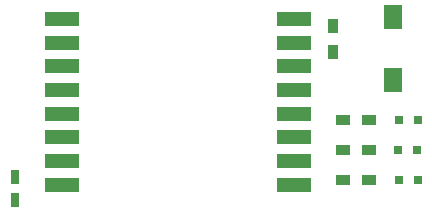
<source format=gtp>
G04 #@! TF.GenerationSoftware,KiCad,Pcbnew,no-vcs-found-7657~57~ubuntu16.04.1*
G04 #@! TF.CreationDate,2017-02-15T15:49:03+02:00*
G04 #@! TF.ProjectId,serial_gw,73657269616C5F67772E6B696361645F,rev?*
G04 #@! TF.FileFunction,Paste,Top*
G04 #@! TF.FilePolarity,Positive*
%FSLAX46Y46*%
G04 Gerber Fmt 4.6, Leading zero omitted, Abs format (unit mm)*
G04 Created by KiCad (PCBNEW no-vcs-found-7657~57~ubuntu16.04.1) date Wed Feb 15 15:49:03 2017*
%MOMM*%
%LPD*%
G01*
G04 APERTURE LIST*
%ADD10C,0.100000*%
%ADD11R,0.750000X1.200000*%
%ADD12R,1.600000X2.000000*%
%ADD13R,0.800000X0.800000*%
%ADD14R,1.200000X0.900000*%
%ADD15R,0.900000X1.200000*%
%ADD16R,3.000000X1.200000*%
G04 APERTURE END LIST*
D10*
D11*
X79502000Y-89662000D03*
X79502000Y-91562000D03*
D12*
X111506000Y-76040000D03*
X111506000Y-81440000D03*
D13*
X113614000Y-84836000D03*
X112014000Y-84836000D03*
X111938000Y-87376000D03*
X113538000Y-87376000D03*
X113614000Y-89916000D03*
X112014000Y-89916000D03*
D14*
X109474000Y-84836000D03*
X107274000Y-84836000D03*
X107274000Y-87376000D03*
X109474000Y-87376000D03*
X109474000Y-89916000D03*
X107274000Y-89916000D03*
D15*
X106426000Y-76878000D03*
X106426000Y-79078000D03*
D16*
X103180000Y-76264000D03*
X103180000Y-78264000D03*
X103180000Y-80264000D03*
X103180000Y-82264000D03*
X103180000Y-84264000D03*
X103180000Y-86264000D03*
X103180000Y-88264000D03*
X103180000Y-90264000D03*
X83480000Y-90264000D03*
X83480000Y-88264000D03*
X83480000Y-86264000D03*
X83480000Y-84264000D03*
X83480000Y-82264000D03*
X83480000Y-80264000D03*
X83480000Y-78264000D03*
X83480000Y-76264000D03*
M02*

</source>
